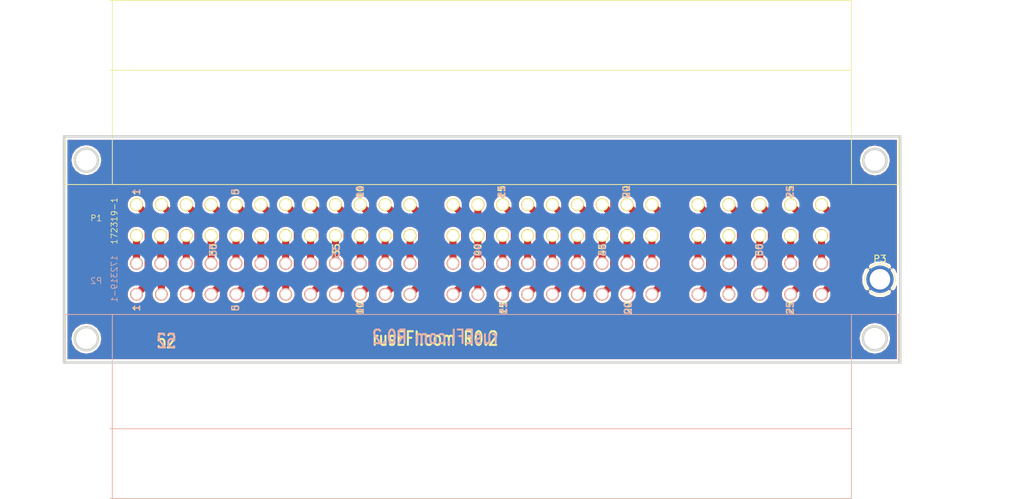
<source format=kicad_pcb>
(kicad_pcb (version 20221018) (generator pcbnew)
  (title_block (title "ECU adapter") (date "2018-12-21") (rev "R0.2") (company "DAECU for rusEFI"))
  (layers (0 "F.Cu" signal) (31 "B.Cu" signal) (34 "B.Paste" user) (35 "F.Paste" user) (36 "B.SilkS" user "B.Silkscreen") (37 "F.SilkS" user "F.Silkscreen") (38 "B.Mask" user) (39 "F.Mask" user) (44 "Edge.Cuts" user))
  (net 0 "")
  (net 1 "GND")
  (net 2 "Net-(P1-Pad1)")
  (net 3 "Net-(P1-Pad48)")
  (net 4 "Net-(P1-Pad52)")
  (net 5 "Net-(P1-Pad51)")
  (net 6 "Net-(P1-Pad50)")
  (net 7 "Net-(P1-Pad49)")
  (net 8 "Net-(P1-Pad47)")
  (net 9 "Net-(P1-Pad46)")
  (net 10 "Net-(P1-Pad2)")
  (net 11 "Net-(P1-Pad3)")
  (net 12 "Net-(P1-Pad4)")
  (net 13 "Net-(P1-Pad5)")
  (net 14 "Net-(P1-Pad6)")
  (net 15 "Net-(P1-Pad7)")
  (net 16 "Net-(P1-Pad8)")
  (net 17 "Net-(P1-Pad9)")
  (net 18 "Net-(P1-Pad10)")
  (net 19 "Net-(P1-Pad11)")
  (net 20 "Net-(P1-Pad12)")
  (net 21 "Net-(P1-Pad13)")
  (net 22 "Net-(P1-Pad14)")
  (net 23 "Net-(P1-Pad15)")
  (net 24 "Net-(P1-Pad16)")
  (net 25 "Net-(P1-Pad17)")
  (net 26 "Net-(P1-Pad18)")
  (net 27 "Net-(P1-Pad19)")
  (net 28 "Net-(P1-Pad20)")
  (net 29 "Net-(P1-Pad21)")
  (net 30 "Net-(P1-Pad22)")
  (net 31 "Net-(P1-Pad23)")
  (net 32 "Net-(P1-Pad24)")
  (net 33 "Net-(P1-Pad25)")
  (net 34 "Net-(P1-Pad26)")
  (net 35 "Net-(P1-Pad27)")
  (net 36 "Net-(P1-Pad28)")
  (net 37 "Net-(P1-Pad29)")
  (net 38 "Net-(P1-Pad30)")
  (net 39 "Net-(P1-Pad31)")
  (net 40 "Net-(P1-Pad32)")
  (net 41 "Net-(P1-Pad33)")
  (net 42 "Net-(P1-Pad34)")
  (net 43 "Net-(P1-Pad35)")
  (net 44 "Net-(P1-Pad36)")
  (net 45 "Net-(P1-Pad37)")
  (net 46 "Net-(P1-Pad38)")
  (net 47 "Net-(P1-Pad39)")
  (net 48 "Net-(P1-Pad40)")
  (net 49 "Net-(P1-Pad41)")
  (net 50 "Net-(P1-Pad42)")
  (net 51 "Net-(P1-Pad43)")
  (net 52 "Net-(P1-Pad44)")
  (net 53 "Net-(P1-Pad45)")
  (footprint "rusEFI_Lib:172319-1_connector" (layer "F.Cu") (at 71.12 108.585)
    (fp_text reference "P1" (at -6 2 180) (layer "F.SilkS") (effects (font (size 0.889 0.889) (thickness 0.1016))))
    (fp_text value "172319-1" (at -3.302 2.413 90) (layer "F.SilkS") (effects (font (size 0.889 0.889) (thickness 0.1016))))
    (fp_line (start -10.6 -10.2) (end -10.6 -3) (stroke (width 0.127)) (layer "F.SilkS"))
    (fp_line (start -10.6 -3) (end -3.6 -3) (stroke (width 0.127)) (layer "F.SilkS"))
    (fp_line (start -3.95 -30.4) (end 106.35 -30.4) (stroke (width 0.127)) (layer "F.SilkS"))
    (fp_line (start -3.95 -20) (end 106.35 -20) (stroke (width 0.127)) (layer "F.SilkS"))
    (fp_line (start -3.6 -30.4) (end -3.6 -3) (stroke (width 0.127)) (layer "F.SilkS"))
    (fp_line (start -3.6 -10.2) (end -10.6 -10.2) (stroke (width 0.127)) (layer "F.SilkS"))
    (fp_line (start -3.6 -3) (end 106.35 -3) (stroke (width 0.127)) (layer "F.SilkS"))
    (fp_line (start 106.4 -30.4) (end 106.4 -3) (stroke (width 0.127)) (layer "F.SilkS"))
    (fp_line (start 113.4 -10.2) (end 106.4 -10.2) (stroke (width 0.127)) (layer "F.SilkS"))
    (fp_line (start 113.4 -10.2) (end 113.4 -3) (stroke (width 0.127)) (layer "F.SilkS"))
    (fp_line (start 113.4 -3) (end 106.4 -3) (stroke (width 0.127)) (layer "F.SilkS"))
    (fp_circle (center -7.45 -6.6) (end -9.125 -6.6) (stroke (width 0.127)) (fill none) (layer "F.SilkS"))
    (fp_circle (center 109.85 -6.6) (end 111.525 -6.6) (stroke (width 0.127)) (fill none) (layer "F.SilkS"))
    (pad "1" thru_hole circle (at 0 0) (size 1.89954 1.89954) (drill 1.50076) (layers "*.Cu" "*.Mask" "F.SilkS") (net 2 "Net-(P1-Pad1)"))
    (pad "2" thru_hole circle (at 3.7 0) (size 1.89954 1.89954) (drill 1.50076) (layers "*.Cu" "*.Mask" "F.SilkS") (net 10 "Net-(P1-Pad2)"))
    (pad "3" thru_hole circle (at 7.4 0) (size 1.89954 1.89954) (drill 1.50076) (layers "*.Cu" "*.Mask" "F.SilkS") (net 11 "Net-(P1-Pad3)"))
    (pad "4" thru_hole circle (at 11.1 0) (size 1.89954 1.89954) (drill 1.50076) (layers "*.Cu" "*.Mask" "F.SilkS") (net 12 "Net-(P1-Pad4)"))
    (pad "5" thru_hole circle (at 14.8 0) (size 1.89954 1.89954) (drill 1.50076) (layers "*.Cu" "*.Mask" "F.SilkS") (net 13 "Net-(P1-Pad5)"))
    (pad "6" thru_hole circle (at 18.5 0) (size 1.89954 1.89954) (drill 1.50076) (layers "*.Cu" "*.Mask" "F.SilkS") (net 14 "Net-(P1-Pad6)"))
    (pad "7" thru_hole circle (at 22.2 0) (size 1.89954 1.89954) (drill 1.50076) (layers "*.Cu" "*.Mask" "F.SilkS") (net 15 "Net-(P1-Pad7)"))
    (pad "8" thru_hole circle (at 25.9 0) (size 1.89954 1.89954) (drill 1.50076) (layers "*.Cu" "*.Mask" "F.SilkS") (net 16 "Net-(P1-Pad8)"))
    (pad "9" thru_hole circle (at 29.6 0) (size 1.89954 1.89954) (drill 1.50076) (layers "*.Cu" "*.Mask" "F.SilkS") (net 17 "Net-(P1-Pad9)"))
    (pad "10" thru_hole circle (at 33.3 0) (size 1.89954 1.89954) (drill 1.50076) (layers "*.Cu" "*.Mask" "F.SilkS") (net 18 "Net-(P1-Pad10)"))
    (pad "11" thru_hole circle (at 37 0) (size 1.89954 1.89954) (drill 1.50076) (layers "*.Cu" "*.Mask" "F.SilkS") (net 19 "Net-(P1-Pad11)"))
    (pad "12" thru_hole circle (at 40.7 0) (size 1.89954 1.89954) (drill 1.50076) (layers "*.Cu" "*.Mask" "F.SilkS") (net 20 "Net-(P1-Pad12)"))
    (pad "13" thru_hole circle (at 47.1 0) (size 1.89954 1.89954) (drill 1.50076) (layers "*.Cu" "*.Mask" "F.SilkS") (net 21 "Net-(P1-Pad13)"))
    (pad "14" thru_hole circle (at 50.8 0) (size 1.89954 1.89954) (drill 1.50076) (layers "*.Cu" "*.Mask" "F.SilkS") (net 22 "Net-(P1-Pad14)"))
    (pad "15" thru_hole circle (at 54.5 0) (size 1.89954 1.89954) (drill 1.50076) (layers "*.Cu" "*.Mask" "F.SilkS") (net 23 "Net-(P1-Pad15)"))
    (pad "16" thru_hole circle (at 58.2 0) (size 1.89954 1.89954) (drill 1.50076) (layers "*.Cu" "*.Mask" "F.SilkS") (net 24 "Net-(P1-Pad16)"))
    (pad "17" thru_hole circle (at 61.9 0) (size 1.89954 1.89954) (drill 1.50076) (layers "*.Cu" "*.Mask" "F.SilkS") (net 25 "Net-(P1-Pad17)"))
    (pad "18" thru_hole circle (at 65.6 0) (size 1.89954 1.89954) (drill 1.50076) (layers "*.Cu" "*.Mask" "F.SilkS") (net 26 "Net-(P1-Pad18)"))
    (pad "19" thru_hole circle (at 69.3 0) (size 1.89954 1.89954) (drill 1.50076) (layers "*.Cu" "*.Mask" "F.SilkS") (net 27 "Net-(P1-Pad19)"))
    (pad "20" thru_hole circle (at 73 0) (size 1.89954 1.89954) (drill 1.50076) (layers "*.Cu" "*.Mask" "F.SilkS") (net 28 "Net-(P1-Pad20)"))
    (pad "21" thru_hole circle (at 76.7 0) (size 1.89954 1.89954) (drill 1.50076) (layers "*.Cu" "*.Mask" "F.SilkS") (net 29 "Net-(P1-Pad21)"))
    (pad "22" thru_hole circle (at 83.55 0) (size 1.89954 1.89954) (drill 1.50076) (layers "*.Cu" "*.Mask" "F.SilkS") (net 30 "Net-(P1-Pad22)"))
    (pad "23" thru_hole circle (at 88.15 0) (size 1.89954 1.89954) (drill 1.50076) (layers "*.Cu" "*.Mask" "F.SilkS") (net 31 "Net-(P1-Pad23)"))
    (pad "24" thru_hole circle (at 92.75 0 180) (size 1.89954 1.89954) (drill 1.50076) (layers "*.Cu" "*.Mask" "F.SilkS") (net 32 "Net-(P1-Pad24)"))
    (pad "25" thru_hole circle (at 97.35 0 180) (size 1.89954 1.89954) (drill 1.50076) (layers "*.Cu" "*.Mask" "F.SilkS") (net 33 "Net-(P1-Pad25)"))
    (pad "26" thru_hole circle (at 101.95 0 180) (size 1.89954 1.89954) (drill 1.50076) (layers "*.Cu" "*.Mask" "F.SilkS") (net 34 "Net-(P1-Pad26)"))
    (pad "27" thru_hole circle (at 0 4.6 180) (size 1.89954 1.89954) (drill 1.50076) (layers "*.Cu" "*.Mask" "F.SilkS") (net 35 "Net-(P1-Pad27)"))
    (pad "28" thru_hole circle (at 3.6 4.6 180) (size 1.89954 1.89954) (drill 1.50076) (layers "*.Cu" "*.Mask" "F.SilkS") (net 36 "Net-(P1-Pad28)"))
    (pad "29" thru_hole circle (at 7.4 4.6 180) (size 1.89954 1.89954) (drill 1.50076) (layers "*.Cu" "*.Mask" "F.SilkS") (net 37 "Net-(P1-Pad29)"))
    (pad "30" thru_hole circle (at 11.1 4.6 180) (size 1.89954 1.89954) (drill 1.50076) (layers "*.Cu" "*.Mask" "F.SilkS") (net 38 "Net-(P1-Pad30)"))
    (pad "31" thru_hole circle (at 14.8 4.6 180) (size 1.89954 1.89954) (drill 1.50076) (layers "*.Cu" "*.Mask" "F.SilkS") (net 39 "Net-(P1-Pad31)"))
    (pad "32" thru_hole circle (at 18.5 4.6 180) (size 1.89954 1.89954) (drill 1.50076) (layers "*.Cu" "*.Mask" "F.SilkS") (net 40 "Net-(P1-Pad32)"))
    (pad "33" thru_hole circle (at 22.2 4.6 180) (size 1.89954 1.89954) (drill 1.50076) (layers "*.Cu" "*.Mask" "F.SilkS") (net 41 "Net-(P1-Pad33)"))
    (pad "34" thru_hole circle (at 25.9 4.6 180) (size 1.89954 1.89954) (drill 1.50076) (layers "*.Cu" "*.Mask" "F.SilkS") (net 42 "Net-(P1-Pad34)"))
    (pad "35" thru_hole circle (at 29.6 4.6 180) (size 1.89954 1.89954) (drill 1.50076) (layers "*.Cu" "*.Mask" "F.SilkS") (net 43 "Net-(P1-Pad35)"))
    (pad "36" thru_hole circle (at 33.3 4.6 180) (size 1.89954 1.89954) (drill 1.50076) (layers "*.Cu" "*.Mask" "F.SilkS") (net 44 "Net-(P1-Pad36)"))
    (pad "37" thru_hole circle (at 37 4.6 180) (size 1.89954 1.89954) (drill 1.50076) (layers "*.Cu" "*.Mask" "F.SilkS") (net 45 "Net-(P1-Pad37)"))
    (pad "38" thru_hole circle (at 40.7 4.6 180) (size 1.89954 1.89954) (drill 1.50076) (layers "*.Cu" "*.Mask" "F.SilkS") (net 46 "Net-(P1-Pad38)"))
    (pad "39" thru_hole circle (at 47.1 4.6 180) (size 1.89954 1.89954) (drill 1.50076) (layers "*.Cu" "*.Mask" "F.SilkS") (net 47 "Net-(P1-Pad39)"))
    (pad "40" thru_hole circle (at 50.8 4.6 180) (size 1.89954 1.89954) (drill 1.50076) (layers "*.Cu" "*.Mask" "F.SilkS") (net 48 "Net-(P1-Pad40)"))
    (pad "41" thru_hole circle (at 54.5 4.6 180) (size 1.89954 1.89954) (drill 1.50076) (layers "*.Cu" "*.Mask" "F.SilkS") (net 49 "Net-(P1-Pad41)"))
    (pad "42" thru_hole circle (at 58.2 4.6 180) (size 1.89954 1.89954) (drill 1.50076) (layers "*.Cu" "*.Mask" "F.SilkS") (net 50 "Net-(P1-Pad42)"))
    (pad "43" thru_hole circle (at 61.9 4.6 180) (size 1.89954 1.89954) (drill 1.50076) (layers "*.Cu" "*.Mask" "F.SilkS") (net 51 "Net-(P1-Pad43)"))
    (pad "44" thru_hole circle (at 65.6 4.6 180) (size 1.89954 1.89954) (drill 1.50076) (layers "*.Cu" "*.Mask" "F.SilkS") (net 52 "Net-(P1-Pad44)"))
    (pad "45" thru_hole circle (at 69.3 4.6 180) (size 1.89954 1.89954) (drill 1.50076) (layers "*.Cu" "*.Mask" "F.SilkS") (net 53 "Net-(P1-Pad45)"))
    (pad "46" thru_hole circle (at 73 4.6 180) (size 1.89954 1.89954) (drill 1.50076) (layers "*.Cu" "*.Mask" "F.SilkS") (net 9 "Net-(P1-Pad46)"))
    (pad "47" thru_hole circle (at 76.7 4.6 180) (size 1.89954 1.89954) (drill 1.50076) (layers "*.Cu" "*.Mask" "F.SilkS") (net 8 "Net-(P1-Pad47)"))
    (pad "48" thru_hole circle (at 83.55 4.6 180) (size 1.89954 1.89954) (drill 1.50076) (layers "*.Cu" "*.Mask" "F.SilkS") (net 3 "Net-(P1-Pad48)"))
    (pad "49" thru_hole circle (at 88.15 4.6 180) (size 1.89954 1.89954) (drill 1.50076) (layers "*.Cu" "*.Mask" "F.SilkS") (net 7 "Net-(P1-Pad49)"))
    (pad "50" thru_hole circle (at 92.75 4.6 180) (size 1.89954 1.89954) (drill 1.50076) (layers "*.Cu" "*.Mask" "F.SilkS") (net 6 "Net-(P1-Pad50)"))
    (pad "51" thru_hole circle (at 97.35 4.6 180) (size 1.89954 1.89954) (drill 1.50076) (layers "*.Cu" "*.Mask" "F.SilkS") (net 5 "Net-(P1-Pad51)"))
    (pad "52" thru_hole circle (at 101.95 4.6 180) (size 1.89954 1.89954) (drill 1.50076) (layers "*.Cu" "*.Mask" "F.SilkS") (net 4 "Net-(P1-Pad52)"))
  )
  (footprint "Connect:1pin" (layer "F.Cu") (at 181.7624 119.6848)
    (fp_text reference "P3" (at 0 -3.048) (layer "F.SilkS"))
    (fp_text value "CONN_01X01" hide)
    (fp_circle (center 0 0) (end 0 -2.286) (stroke (width 0.12)) (fill none) (layer "F.SilkS"))
    (pad "1" thru_hole circle (at 0 0) (size 4.064 4.064) (drill 3.048) (layers "*.Cu" "*.Mask") (net 1 "GND"))
  )
  (footprint "rusEFI_Lib:172319-1_connector" (layer "B.Cu") (at 71.12 121.92)
    (fp_text reference "P2" (at -6 -2 180) (layer "B.SilkS") (effects (font (size 0.889 0.889) (thickness 0.1016)) (justify mirror)))
    (fp_text value "172319-1" (at -3.302 -2.286 90) (layer "B.SilkS") (effects (font (size 0.889 0.889) (thickness 0.1016)) (justify mirror)))
    (fp_line (start -10.6 3) (end -3.6 3) (stroke (width 0.127)) (layer "B.SilkS"))
    (fp_line (start -10.6 10.2) (end -10.6 3) (stroke (width 0.127)) (layer "B.SilkS"))
    (fp_line (start -3.95 20) (end 106.35 20) (stroke (width 0.127)) (layer "B.SilkS"))
    (fp_line (start -3.95 30.4) (end 106.35 30.4) (stroke (width 0.127)) (layer "B.SilkS"))
    (fp_line (start -3.6 3) (end 106.35 3) (stroke (width 0.127)) (layer "B.SilkS"))
    (fp_line (start -3.6 10.2) (end -10.6 10.2) (stroke (width 0.127)) (layer "B.SilkS"))
    (fp_line (start -3.6 30.4) (end -3.6 3) (stroke (width 0.127)) (layer "B.SilkS"))
    (fp_line (start 106.4 30.4) (end 106.4 3) (stroke (width 0.127)) (layer "B.SilkS"))
    (fp_line (start 113.4 3) (end 106.4 3) (stroke (width 0.127)) (layer "B.SilkS"))
    (fp_line (start 113.4 10.2) (end 106.4 10.2) (stroke (width 0.127)) (layer "B.SilkS"))
    (fp_line (start 113.4 10.2) (end 113.4 3) (stroke (width 0.127)) (layer "B.SilkS"))
    (fp_circle (center -7.45 6.6) (end -9.125 6.6) (stroke (width 0.127)) (fill none) (layer "B.SilkS"))
    (fp_circle (center 109.85 6.6) (end 111.525 6.6) (stroke (width 0.127)) (fill none) (layer "B.SilkS"))
    (pad "1" thru_hole circle (at 0 0) (size 1.89954 1.89954) (drill 1.50076) (layers "*.Cu" "*.Mask" "B.SilkS") (net 2 "Net-(P1-Pad1)"))
    (pad "2" thru_hole circle (at 3.7 0) (size 1.89954 1.89954) (drill 1.50076) (layers "*.Cu" "*.Mask" "B.SilkS") (net 10 "Net-(P1-Pad2)"))
    (pad "3" thru_hole circle (at 7.4 0) (size 1.89954 1.89954) (drill 1.50076) (layers "*.Cu" "*.Mask" "B.SilkS") (net 11 "Net-(P1-Pad3)"))
    (pad "4" thru_hole circle (at 11.1 0) (size 1.89954 1.89954) (drill 1.50076) (layers "*.Cu" "*.Mask" "B.SilkS") (net 12 "Net-(P1-Pad4)"))
    (pad "5" thru_hole circle (at 14.8 0) (size 1.89954 1.89954) (drill 1.50076) (layers "*.Cu" "*.Mask" "B.SilkS") (net 13 "Net-(P1-Pad5)"))
    (pad "6" thru_hole circle (at 18.5 0) (size 1.89954 1.89954) (drill 1.50076) (layers "*.Cu" "*.Mask" "B.SilkS") (net 14 "Net-(P1-Pad6)"))
    (pad "7" thru_hole circle (at 22.2 0) (size 1.89954 1.89954) (drill 1.50076) (layers "*.Cu" "*.Mask" "B.SilkS") (net 15 "Net-(P1-Pad7)"))
    (pad "8" thru_hole circle (at 25.9 0) (size 1.89954 1.89954) (drill 1.50076) (layers "*.Cu" "*.Mask" "B.SilkS") (net 16 "Net-(P1-Pad8)"))
    (pad "9" thru_hole circle (at 29.6 0) (size 1.89954 1.89954) (drill 1.50076) (layers "*.Cu" "*.Mask" "B.SilkS") (net 17 "Net-(P1-Pad9)"))
    (pad "10" thru_hole circle (at 33.3 0) (size 1.89954 1.89954) (drill 1.50076) (layers "*.Cu" "*.Mask" "B.SilkS") (net 18 "Net-(P1-Pad10)"))
    (pad "11" thru_hole circle (at 37 0) (size 1.89954 1.89954) (drill 1.50076) (layers "*.Cu" "*.Mask" "B.SilkS") (net 19 "Net-(P1-Pad11)"))
    (pad "12" thru_hole circle (at 40.7 0) (size 1.89954 1.89954) (drill 1.50076) (layers "*.Cu" "*.Mask" "B.SilkS") (net 20 "Net-(P1-Pad12)"))
    (pad "13" thru_hole circle (at 47.1 0) (size 1.89954 1.89954) (drill 1.50076) (layers "*.Cu" "*.Mask" "B.SilkS") (net 21 "Net-(P1-Pad13)"))
    (pad "14" thru_hole circle (at 50.8 0) (size 1.89954 1.89954) (drill 1.50076) (layers "*.Cu" "*.Mask" "B.SilkS") (net 22 "Net-(P1-Pad14)"))
    (pad "15" thru_hole circle (at 54.5 0) (size 1.89954 1.89954) (drill 1.50076) (layers "*.Cu" "*.Mask" "B.SilkS") (net 23 "Net-(P1-Pad15)"))
    (pad "16" thru_hole circle (at 58.2 0) (size 1.89954 1.89954) (drill 1.50076) (layers "*.Cu" "*.Mask" "B.SilkS") (net 24 "Net-(P1-Pad16)"))
    (pad "17" thru_hole circle (at 61.9 0) (size 1.89954 1.89954) (drill 1.50076) (layers "*.Cu" "*.Mask" "B.SilkS") (net 25 "Net-(P1-Pad17)"))
    (pad "18" thru_hole circle (at 65.6 0) (size 1.89954 1.89954) (drill 1.50076) (layers "*.Cu" "*.Mask" "B.SilkS") (net 26 "Net-(P1-Pad18)"))
    (pad "19" thru_hole circle (at 69.3 0) (size 1.89954 1.89954) (drill 1.50076) (layers "*.Cu" "*.Mask" "B.SilkS") (net 27 "Net-(P1-Pad19)"))
    (pad "20" thru_hole circle (at 73 0) (size 1.89954 1.89954) (drill 1.50076) (layers "*.Cu" "*.Mask" "B.SilkS") (net 28 "Net-(P1-Pad20)"))
    (pad "21" thru_hole circle (at 76.7 0) (size 1.89954 1.89954) (drill 1.50076) (layers "*.Cu" "*.Mask" "B.SilkS") (net 29 "Net-(P1-Pad21)"))
    (pad "22" thru_hole circle (at 83.55 0) (size 1.89954 1.89954) (drill 1.50076) (layers "*.Cu" "*.Mask" "B.SilkS") (net 30 "Net-(P1-Pad22)"))
    (pad "23" thru_hole circle (at 88.15 0) (size 1.89954 1.89954) (drill 1.50076) (layers "*.Cu" "*.Mask" "B.SilkS") (net 31 "Net-(P1-Pad23)"))
    (pad "24" thru_hole circle (at 92.75 0 180) (size 1.89954 1.89954) (drill 1.50076) (layers "*.Cu" "*.Mask" "B.SilkS") (net 32 "Net-(P1-Pad24)"))
    (pad "25" thru_hole circle (at 97.35 0 180) (size 1.89954 1.89954) (drill 1.50076) (layers "*.Cu" "*.Mask" "B.SilkS") (net 33 "Net-(P1-Pad25)"))
    (pad "26" thru_hole circle (at 101.95 0 180) (size 1.89954 1.89954) (drill 1.50076) (layers "*.Cu" "*.Mask" "B.SilkS") (net 34 "Net-(P1-Pad26)"))
    (pad "27" thru_hole circle (at 0 -4.6 180) (size 1.89954 1.89954) (drill 1.50076) (layers "*.Cu" "*.Mask" "B.SilkS") (net 35 "Net-(P1-Pad27)"))
    (pad "28" thru_hole circle (at 3.6 -4.6 180) (size 1.89954 1.89954) (drill 1.50076) (layers "*.Cu" "*.Mask" "B.SilkS") (net 36 "Net-(P1-Pad28)"))
    (pad "29" thru_hole circle (at 7.4 -4.6 180) (size 1.89954 1.89954) (drill 1.50076) (layers "*.Cu" "*.Mask" "B.SilkS") (net 37 "Net-(P1-Pad29)"))
    (pad "30" thru_hole circle (at 11.1 -4.6 180) (size 1.89954 1.89954) (drill 1.50076) (layers "*.Cu" "*.Mask" "B.SilkS") (net 38 "Net-(P1-Pad30)"))
    (pad "31" thru_hole circle (at 14.8 -4.6 180) (size 1.89954 1.89954) (drill 1.50076) (layers "*.Cu" "*.Mask" "B.SilkS") (net 39 "Net-(P1-Pad31)"))
    (pad "32" thru_hole circle (at 18.5 -4.6 180) (size 1.89954 1.89954) (drill 1.50076) (layers "*.Cu" "*.Mask" "B.SilkS") (net 40 "Net-(P1-Pad32)"))
    (pad "33" thru_hole circle (at 22.2 -4.6 180) (size 1.89954 1.89954) (drill 1.50076) (layers "*.Cu" "*.Mask" "B.SilkS") (net 41 "Net-(P1-Pad33)"))
    (pad "34" thru_hole circle (at 25.9 -4.6 180) (size 1.89954 1.89954) (drill 1.50076) (layers "*.Cu" "*.Mask" "B.SilkS") (net 42 "Net-(P1-Pad34)"))
    (pad "35" thru_hole circle (at 29.6 -4.6 180) (size 1.89954 1.89954) (drill 1.50076) (layers "*.Cu" "*.Mask" "B.SilkS") (net 43 "Net-(P1-Pad35)"))
    (pad "36" thru_hole circle (at 33.3 -4.6 180) (size 1.89954 1.89954) (drill 1.50076) (layers "*.Cu" "*.Mask" "B.SilkS") (net 44 "Net-(P1-Pad36)"))
    (pad "37" thru_hole circle (at 37 -4.6 180) (size 1.89954 1.89954) (drill 1.50076) (layers "*.Cu" "*.Mask" "B.SilkS") (net 45 "Net-(P1-Pad37)"))
    (pad "38" thru_hole circle (at 40.7 -4.6 180) (size 1.89954 1.89954) (drill 1.50076) (layers "*.Cu" "*.Mask" "B.SilkS") (net 46 "Net-(P1-Pad38)"))
    (pad "39" thru_hole circle (at 47.1 -4.6 180) (size 1.89954 1.89954) (drill 1.50076) (layers "*.Cu" "*.Mask" "B.SilkS") (net 47 "Net-(P1-Pad39)"))
    (pad "40" thru_hole circle (at 50.8 -4.6 180) (size 1.89954 1.89954) (drill 1.50076) (layers "*.Cu" "*.Mask" "B.SilkS") (net 48 "Net-(P1-Pad40)"))
    (pad "41" thru_hole circle (at 54.5 -4.6 180) (size 1.89954 1.89954) (drill 1.50076) (layers "*.Cu" "*.Mask" "B.SilkS") (net 49 "Net-(P1-Pad41)"))
    (pad "42" thru_hole circle (at 58.2 -4.6 180) (size 1.89954 1.89954) (drill 1.50076) (layers "*.Cu" "*.Mask" "B.SilkS") (net 50 "Net-(P1-Pad42)"))
    (pad "43" thru_hole circle (at 61.9 -4.6 180) (size 1.89954 1.89954) (drill 1.50076) (layers "*.Cu" "*.Mask" "B.SilkS") (net 51 "Net-(P1-Pad43)"))
    (pad "44" thru_hole circle (at 65.6 -4.6 180) (size 1.89954 1.89954) (drill 1.50076) (layers "*.Cu" "*.Mask" "B.SilkS") (net 52 "Net-(P1-Pad44)"))
    (pad "45" thru_hole circle (at 69.3 -4.6 180) (size 1.89954 1.89954) (drill 1.50076) (layers "*.Cu" "*.Mask" "B.SilkS") (net 53 "Net-(P1-Pad45)"))
    (pad "46" thru_hole circle (at 73 -4.6 180) (size 1.89954 1.89954) (drill 1.50076) (layers "*.Cu" "*.Mask" "B.SilkS") (net 9 "Net-(P1-Pad46)"))
    (pad "47" thru_hole circle (at 76.7 -4.6 180) (size 1.89954 1.89954) (drill 1.50076) (layers "*.Cu" "*.Mask" "B.SilkS") (net 8 "Net-(P1-Pad47)"))
    (pad "48" thru_hole circle (at 83.55 -4.6 180) (size 1.89954 1.89954) (drill 1.50076) (layers "*.Cu" "*.Mask" "B.SilkS") (net 3 "Net-(P1-Pad48)"))
    (pad "49" thru_hole circle (at 88.15 -4.6 180) (size 1.89954 1.89954) (drill 1.50076) (layers "*.Cu" "*.Mask" "B.SilkS") (net 7 "Net-(P1-Pad49)"))
    (pad "50" thru_hole circle (at 92.75 -4.6 180) (size 1.89954 1.89954) (drill 1.50076) (layers "*.Cu" "*.Mask" "B.SilkS") (net 6 "Net-(P1-Pad50)"))
    (pad "51" thru_hole circle (at 97.35 -4.6 180) (size 1.89954 1.89954) (drill 1.50076) (layers "*.Cu" "*.Mask" "B.SilkS") (net 5 "Net-(P1-Pad51)"))
    (pad "52" thru_hole circle (at 101.95 -4.6 180) (size 1.89954 1.89954) (drill 1.50076) (layers "*.Cu" "*.Mask" "B.SilkS") (net 4 "Net-(P1-Pad52)"))
  )
  (gr_circle (center 181.0004 102.0064) (end 179.2732 102.0064) (stroke (width 0.381)) (fill none) (layer "Edge.Cuts"))
  (gr_circle (center 63.6524 101.9556) (end 65.3796 102.0064) (stroke (width 0.381)) (fill none) (layer "Edge.Cuts"))
  (gr_line (start 184.785 98.425) (end 184.785 132.08) (stroke (width 0.381)) (layer "Edge.Cuts"))
  (gr_line (start 60.325 98.425) (end 184.785 98.425) (stroke (width 0.381)) (layer "Edge.Cuts"))
  (gr_circle (center 181.0004 128.4732) (end 179.2224 128.4732) (stroke (width 0.381)) (fill none) (layer "Edge.Cuts"))
  (gr_circle (center 63.6524 128.524) (end 65.3796 128.524) (stroke (width 0.381)) (fill none) (layer "Edge.Cuts"))
  (gr_line (start 184.785 132.08) (end 60.325 132.08) (stroke (width 0.381)) (layer "Edge.Cuts"))
  (gr_line (start 60.325 132.08) (end 60.325 98.425) (stroke (width 0.381)) (layer "Edge.Cuts"))
  (gr_text "52" (at 75.565 128.905) (layer "B.SilkS") (effects (font (size 2.032 1.524) (thickness 0.3048)) (justify mirror)))
  (gr_text "20" (at 144.272 123.952 90) (layer "B.SilkS") (effects (font (size 1 1) (thickness 0.2)) (justify mirror)))
  (gr_text "1" (at 71.12 106.68 90) (layer "B.SilkS") (effects (font (size 1 1) (thickness 0.2)) (justify mirror)))
  (gr_text "50" (at 163.83 115.316 90) (layer "B.SilkS") (effects (font (size 1 1) (thickness 0.2)) (justify mirror)))
  (gr_text "25" (at 168.402 106.68 90) (layer "B.SilkS") (effects (font (size 1 1) (thickness 0.2)) (justify mirror)))
  (gr_text "15" (at 125.73 123.952 90) (layer "B.SilkS") (effects (font (size 1 1) (thickness 0.2)) (justify mirror)))
  (gr_text "15" (at 125.476 106.68 90) (layer "B.SilkS") (effects (font (size 1 1) (thickness 0.2)) (justify mirror)))
  (gr_text "35" (at 100.838 115.57 90) (layer "B.SilkS") (effects (font (size 1 1) (thickness 0.2)) (justify mirror)))
  (gr_text "30" (at 82.55 115.316 90) (layer "B.SilkS") (effects (font (size 1 1) (thickness 0.2)) (justify mirror)))
  (gr_text "20" (at 144.018 106.68 90) (layer "B.SilkS") (effects (font (size 1 1) (thickness 0.2)) (justify mirror)))
  (gr_text "45" (at 140.462 115.316 90) (layer "B.SilkS") (effects (font (size 1 1) (thickness 0.2)) (justify mirror)))
  (gr_text "40" (at 121.92 115.316 90) (layer "B.SilkS") (effects (font (size 1 1) (thickness 0.2)) (justify mirror)))
  (gr_text "5" (at 85.852 106.68 90) (layer "B.SilkS") (effects (font (size 1 1) (thickness 0.2)) (justify mirror)))
  (gr_text "rusEFI.com R0.2" (at 115.57 128.27) (layer "B.SilkS") (effects (font (size 2.032 1.524) (thickness 0.3048)) (justify mirror)))
  (gr_text "1" (at 71.12 123.952 90) (layer "B.SilkS") (effects (font (size 1 1) (thickness 0.2)) (justify mirror)))
  (gr_text "10" (at 104.394 123.952 90) (layer "B.SilkS") (effects (font (size 1 1) (thickness 0.2)) (justify mirror)))
  (gr_text "25" (at 168.402 123.952 90) (layer "B.SilkS") (effects (font (size 1 1) (thickness 0.2)) (justify mirror)))
  (gr_text "5" (at 85.852 123.952 90) (layer "B.SilkS") (effects (font (size 1 1) (thickness 0.2)) (justify mirror)))
  (gr_text "10" (at 104.394 106.68 90) (layer "B.SilkS") (effects (font (size 1 1) (thickness 0.2)) (justify mirror)))
  (gr_text "25" (at 168.402 106.68 90) (layer "F.SilkS") (effects (font (size 1 1) (thickness 0.2))))
  (gr_text "15" (at 125.476 106.68 90) (layer "F.SilkS") (effects (font (size 1 1) (thickness 0.2))))
  (gr_text "rusEFI.com R0.2" (at 115.57 128.524) (layer "F.SilkS") (effects (font (size 2.032 1.524) (thickness 0.3048))))
  (gr_text "45" (at 140.462 115.316 90) (layer "F.SilkS") (effects (font (size 1 1) (thickness 0.2))))
  (gr_text "5" (at 85.852 106.68 90) (layer "F.SilkS") (effects (font (size 1 1) (thickness 0.2))))
  (gr_text "1" (at 71.12 106.68 90) (layer "F.SilkS") (effects (font (size 1 1) (thickness 0.2))))
  (gr_text "50" (at 163.83 115.316 90) (layer "F.SilkS") (effects (font (size 1 1) (thickness 0.2))))
  (gr_text "52" (at 75.565 128.905) (layer "F.SilkS") (effects (font (size 2.032 1.524) (thickness 0.3048))))
  (gr_text "1" (at 71.12 123.952 90) (layer "F.SilkS") (effects (font (size 1 1) (thickness 0.2))))
  (gr_text "20" (at 144.272 123.952 90) (layer "F.SilkS") (effects (font (size 1 1) (thickness 0.2))))
  (gr_text "5" (at 85.852 123.952 90) (layer "F.SilkS") (effects (font (size 1 1) (thickness 0.2))))
  (gr_text "25" (at 168.402 123.952 90) (layer "F.SilkS") (effects (font (size 1 1) (thickness 0.2))))
  (gr_text "10" (at 104.394 106.68 90) (layer "F.SilkS") (effects (font (size 1 1) (thickness 0.2))))
  (gr_text "35" (at 100.838 115.316 90) (layer "F.SilkS") (effects (font (size 1 1) (thickness 0.2))))
  (gr_text "20" (at 144.018 106.68 90) (layer "F.SilkS") (effects (font (size 1 1) (thickness 0.2))))
  (gr_text "30" (at 82.55 115.316 90) (layer "F.SilkS") (effects (font (size 1 1) (thickness 0.2))))
  (gr_text "10" (at 104.394 123.952 90) (layer "F.SilkS") (effects (font (size 1 1) (thickness 0.2))))
  (gr_text "15" (at 125.73 123.952 90) (layer "F.SilkS") (effects (font (size 1 1) (thickness 0.2))))
  (gr_text "40" (at 121.92 115.316 90) (layer "F.SilkS") (effects (font (size 1 1) (thickness 0.2))))
  (segment (start 72.846938 120.193062) (end 72.846938 110.311938) (width 1.046333) (layer "F.Cu") (net 2))
  (segment (start 72.069769 109.534769) (end 71.12 108.585) (width 1.046333) (layer "F.Cu") (net 2))
  (segment (start 71.12 121.92) (end 72.846938 120.193062) (width 1.046333) (layer "F.Cu") (net 2))
  (segment (start 72.846938 110.311938) (end 72.069769 109.534769) (width 1.046333) (layer "F.Cu") (net 2))
  (segment (start 154.67 117.32) (end 154.67 113.185) (width 1.046333) (layer "F.Cu") (net 3))
  (segment (start 173.07 117.32) (end 173.07 113.185) (width 1.046333) (layer "F.Cu") (net 4))
  (segment (start 168.47 117.32) (end 168.47 113.185) (width 1.046333) (layer "F.Cu") (net 5))
  (segment (start 163.87 117.32) (end 163.87 113.185) (width 1.046333) (layer "F.Cu") (net 6))
  (segment (start 159.27 117.32) (end 159.27 113.185) (width 1.046333) (layer "F.Cu") (net 7))
  (segment (start 147.82 117.32) (end 147.82 113.185) (width 1.046333) (layer "F.Cu") (net 8))
  (segment (start 144.12 117.32) (end 144.12 113.185) (width 1.046333) (layer "F.Cu") (net 9))
  (segment (start 76.446938 118.148931) (end 76.446938 110.211938) (width 1.046333) (layer "F.Cu") (net 10))
  (segment (start 74.82 121.92) (end 74.82 119.775869) (width 1.046333) (layer "F.Cu") (net 10))
  (segment (start 75.769769 109.534769) (end 74.82 108.585) (width 1.046333) (layer "F.Cu") (net 10))
  (segment (start 74.82 119.775869) (end 76.446938 118.148931) (width 1.046333) (layer "F.Cu") (net 10))
  (segment (start 76.446938 110.211938) (end 75.769769 109.534769) (width 1.046333) (layer "F.Cu") (net 10))
  (segment (start 80.246938 120.193062) (end 80.246938 110.311938) (width 1.046333) (layer "F.Cu") (net 11))
  (segment (start 79.469769 109.534769) (end 78.52 108.585) (width 1.046333) (layer "F.Cu") (net 11))
  (segment (start 80.246938 110.311938) (end 79.469769 109.534769) (width 1.046333) (layer "F.Cu") (net 11))
  (segment (start 78.52 121.92) (end 80.246938 120.193062) (width 1.046333) (layer "F.Cu") (net 11))
  (segment (start 83.566 116.110131) (end 83.566 114.394869) (width 1.046333) (layer "F.Cu") (net 12))
  (segment (start 83.566 114.394869) (end 83.946938 114.013931) (width 1.046333) (layer "F.Cu") (net 12))
  (segment (start 83.946938 120.193062) (end 83.946938 116.491069) (width 1.046333) (layer "F.Cu") (net 12))
  (segment (start 83.946938 110.311938) (end 83.169769 109.534769) (width 1.046333) (layer "F.Cu") (net 12))
  (segment (start 83.169769 109.534769) (end 82.22 108.585) (width 1.046333) (layer "F.Cu") (net 12))
  (segment (start 82.22 121.92) (end 83.946938 120.193062) (width 1.046333) (layer "F.Cu") (net 12))
  (segment (start 83.946938 116.491069) (end 83.566 116.110131) (width 1.046333) (layer "F.Cu") (net 12))
  (segment (start 83.946938 114.013931) (end 83.946938 110.311938) (width 1.046333) (layer "F.Cu") (net 12))
  (segment (start 85.92 121.92) (end 87.646938 120.193062) (width 1.046333) (layer "F.Cu") (net 13))
  (segment (start 86.869769 109.534769) (end 85.92 108.585) (width 1.046333) (layer "F.Cu") (net 13))
  (segment (start 87.646938 120.193062) (end 87.646938 110.311938) (width 1.046333) (layer "F.Cu") (net 13))
  (segment (start 87.646938 110.311938) (end 86.869769 109.534769) (width 1.046333) (layer "F.Cu") (net 13))
  (segment (start 91.346938 120.193062) (end 91.346938 110.311938) (width 1.046333) (layer "F.Cu") (net 14))
  (segment (start 90.569769 109.534769) (end 89.62 108.585) (width 1.046333) (layer "F.Cu") (net 14))
  (segment (start 89.62 121.92) (end 91.346938 120.193062) (width 1.046333) (layer "F.Cu") (net 14))
  (segment (start 91.346938 110.311938) (end 90.569769 109.534769) (width 1.046333) (layer "F.Cu") (net 14))
  (segment (start 94.269769 109.534769) (end 93.32 108.585) (width 1.046333) (layer "F.Cu") (net 15))
  (segment (start 95.046938 118.148931) (end 95.046938 110.311938) (width 1.046333) (layer "F.Cu") (net 15))
  (segment (start 95.046938 110.311938) (end 94.269769 109.534769) (width 1.046333) (layer "F.Cu") (net 15))
  (segment (start 93.32 119.875869) (end 95.046938 118.148931) (width 1.046333) (layer "F.Cu") (net 15))
  (segment (start 93.32 121.92) (end 93.32 119.875869) (width 1.046333) (layer "F.Cu") (net 15))
  (segment (start 98.746938 120.193062) (end 98.746938 110.311938) (width 1.046333) (layer "F.Cu") (net 16))
  (segment (start 98.746938 110.311938) (end 97.969769 109.534769) (width 1.046333) (layer "F.Cu") (net 16))
  (segment (start 97.02 121.92) (end 98.746938 120.193062) (width 1.046333) (layer "F.Cu") (net 16))
  (segment (start 97.969769 109.534769) (end 97.02 108.585) (width 1.046333) (layer "F.Cu") (net 16))
  (segment (start 102.446938 120.193062) (end 102.446938 110.311938) (width 1.046333) (layer "F.Cu") (net 17))
  (segment (start 100.72 121.92) (end 102.446938 120.193062) (width 1.046333) (layer "F.Cu") (net 17))
  (segment (start 101.669769 109.534769) (end 100.72 108.585) (width 1.046333) (layer "F.Cu") (net 17))
  (segment (start 102.446938 110.311938) (end 101.669769 109.534769) (width 1.046333) (layer "F.Cu") (net 17))
  (segment (start 106.146938 110.311938) (end 105.369769 109.534769) (width 1.046333) (layer "F.Cu") (net 18))
  (segment (start 105.369769 109.534769) (end 104.42 108.585) (width 1.046333) (layer "F.Cu") (net 18))
  (segment (start 106.146938 120.193062) (end 106.146938 110.311938) (width 1.046333) (layer "F.Cu") (net 18))
  (segment (start 104.42 121.92) (end 106.146938 120.193062) (width 1.046333) (layer "F.Cu") (net 18))
  (segment (start 109.069769 109.534769) (end 108.12 108.585) (width 1.046333) (layer "F.Cu") (net 19))
  (segment (start 109.846938 110.311938) (end 109.069769 109.534769) (width 1.046333) (layer "F.Cu") (net 19))
  (segment (start 109.846938 120.193062) (end 109.846938 110.311938) (width 1.046333) (layer "F.Cu") (net 19))
  (segment (start 108.12 121.92) (end 109.846938 120.193062) (width 1.046333) (layer "F.Cu") (net 19))
  (segment (start 113.546938 110.311938) (end 112.769769 109.534769) (width 1.046333) (layer "F.Cu") (net 20))
  (segment (start 113.546938 120.193062) (end 113.546938 110.311938) (width 1.046333) (layer "F.Cu") (net 20))
  (segment (start 112.769769 109.534769) (end 111.82 108.585) (width 1.046333) (layer "F.Cu") (net 20))
  (segment (start 111.82 121.92) (end 113.546938 120.193062) (width 1.046333) (layer "F.Cu") (net 20))
  (segment (start 119.169769 109.534769) (end 118.22 108.585) (width 1.046333) (layer "F.Cu") (net 21))
  (segment (start 118.22 121.92) (end 119.946938 120.193062) (width 1.046333) (layer "F.Cu") (net 21))
  (segment (start 119.946938 120.193062) (end 119.946938 110.311938) (width 1.046333) (layer "F.Cu") (net 21))
  (segment (start 119.946938 110.311938) (end 119.169769 109.534769) (width 1.046333) (layer "F.Cu") (net 21))
  (segment (start 121.92 119.875869) (end 123.646938 118.148931) (width 1.046333) (layer "F.Cu") (net 22))
  (segment (start 121.92 110.629131) (end 121.92 108.585) (width 1.046333) (layer "F.Cu") (net 22))
  (segment (start 123.646938 112.356069) (end 121.92 110.629131) (width 1.046333) (layer "F.Cu") (net 22))
  (segment (start 121.92 121.92) (end 121.92 119.875869) (width 1.046333) (layer "F.Cu") (net 22))
  (segment (start 123.646938 118.148931) (end 123.646938 112.356069) (width 1.046333) (layer "F.Cu") (net 22))
  (segment (start 126.569769 109.534769) (end 125.62 108.585) (width 1.046333) (layer "F.Cu") (net 23))
  (segment (start 127.346938 116.491069) (end 127 116.144131) (width 1.046333) (layer "F.Cu") (net 23))
  (segment (start 127 116.144131) (end 127 114.3) (width 1.046333) (layer "F.Cu") (net 23))
  (segment (start 127.346938 120.193062) (end 127.346938 116.491069) (width 1.046333) (layer "F.Cu") (net 23))
  (segment (start 127.346938 120.193062) (end 127.346938 110.311938) (width 1.046333) (layer "F.Cu") (net 23))
  (segment (start 127.346938 110.311938) (end 126.569769 109.534769) (width 1.046333) (layer "F.Cu") (net 23))
  (segment (start 125.62 121.92) (end 127.346938 120.193062) (width 1.046333) (layer "F.Cu") (net 23))
  (segment (start 130.269769 109.534769) (end 129.32 108.585) (width 1.046333) (layer "F.Cu") (net 24))
  (segment (start 131.046938 114.013931) (end 131.046938 110.311938) (width 1.046333) (layer "F.Cu") (net 24))
  (segment (start 130.620342 114.440527) (end 131.046938 114.013931) (width 1.046333) (layer "F.Cu") (net 24))
  (segment (start 130.620342 116.064473) (end 130.620342 114.440527) (width 1.046333) (layer "F.Cu") (net 24))
  (segment (start 131.046938 110.311938) (end 130.269769 109.534769) (width 1.046333) (layer "F.Cu") (net 24))
  (segment (start 129.32 121.92) (end 131.046938 120.193062) (width 1.046333) (layer "F.Cu") (net 24))
  (segment (start 131.046938 116.491069) (end 130.620342 116.064473) (width 1.046333) (layer "F.Cu") (net 24))
  (segment (start 131.046938 120.193062) (end 131.046938 116.491069) (width 1.046333) (layer "F.Cu") (net 24))
  (segment (start 134.746938 120.193062) (end 134.746938 110.311938) (width 1.046333) (layer "F.Cu") (net 25))
  (segment (start 134.746938 110.311938) (end 133.969769 109.534769) (width 1.046333) (layer "F.Cu") (net 25))
  (segment (start 133.969769 109.534769) (end 133.02 108.585) (width 1.046333) (layer "F.Cu") (net 25))
  (segment (start 133.02 121.92) (end 134.746938 120.193062) (width 1.046333) (layer "F.Cu") (net 25))
  (segment (start 138.446938 110.252938) (end 136.779 108.585) (width 1.046333) (layer "F.Cu") (net 26))
  (segment (start 136.779 108.585) (end 136.72 108.585) (width 1.046333) (layer "F.Cu") (net 26))
  (segment (start 137.668 118.927869) (end 138.446938 118.148931) (width 1.046333) (layer "F.Cu") (net 26))
  (segment (start 137.668 120.972) (end 137.668 118.927869) (width 1.046333) (layer "F.Cu") (net 26))
  (segment (start 138.446938 118.148931) (end 138.446938 110.252938) (width 1.046333) (layer "F.Cu") (net 26))
  (segment (start 136.72 121.92) (end 137.668 120.972) (width 1.046333) (layer "F.Cu") (net 26))
  (segment (start 142.146938 120.193062) (end 142.146938 110.311938) (width 1.046333) (layer "F.Cu") (net 27))
  (segment (start 141.369769 109.534769) (end 140.42 108.585) (width 1.046333) (layer "F.Cu") (net 27))
  (segment (start 140.42 121.92) (end 142.146938 120.193062) (width 1.046333) (layer "F.Cu") (net 27))
  (segment (start 142.146938 110.311938) (end 141.369769 109.534769) (width 1.046333) (layer "F.Cu") (net 27))
  (segment (start 142.146938 120.193062) (end 142.146938 108.110938) (width 1.046333) (layer "F.Cu") (net 27))
  (segment (start 144.12 121.92) (end 145.846938 120.193062) (width 1.046333) (layer "F.Cu") (net 28))
  (segment (start 145.846938 120.193062) (end 145.846938 110.311938) (width 1.046333) (layer "F.Cu") (net 28))
  (segment (start 145.846938 110.311938) (end 145.069769 109.534769) (width 1.046333) (layer "F.Cu") (net 28))
  (segment (start 145.069769 109.534769) (end 144.12 108.585) (width 1.046333) (layer "F.Cu") (net 28))
  (segment (start 148.769769 109.534769) (end 147.82 108.585) (width 1.046333) (layer "F.Cu") (net 29))
  (segment (start 149.546938 120.193062) (end 149.546938 110.311938) (width 1.046333) (layer "F.Cu") (net 29))
  (segment (start 147.82 121.92) (end 149.546938 120.193062) (width 1.046333) (layer "F.Cu") (net 29))
  (segment (start 149.546938 110.311938) (end 148.769769 109.534769) (width 1.046333) (layer "F.Cu") (net 29))
  (segment (start 154.67 121.92) (end 156.396938 120.193062) (width 1.046333) (layer "F.Cu") (net 30))
  (segment (start 156.396938 120.193062) (end 156.396938 110.311938) (width 1.046333) (layer "F.Cu") (net 30))
  (segment (start 156.396938 110.311938) (end 155.619769 109.534769) (width 1.046333) (layer "F.Cu") (net 30))
  (segment (start 155.619769 109.534769) (end 154.67 108.585) (width 1.046333) (layer "F.Cu") (net 30))
  (segment (start 160.996938 118.148931) (end 160.996938 110.311938) (width 1.046333) (layer "F.Cu") (net 31))
  (segment (start 160.219769 109.534769) (end 159.27 108.585) (width 1.046333) (layer "F.Cu") (net 31))
  (segment (start 160.996938 110.311938) (end 160.219769 109.534769) (width 1.046333) (layer "F.Cu") (net 31))
  (segment (start 159.27 121.92) (end 159.27 119.875869) (width 1.046333) (layer "F.Cu") (net 31))
  (segment (start 159.27 119.875869) (end 160.996938 118.148931) (width 1.046333) (layer "F.Cu") (net 31))
  (segment (start 165.596938 110.311938) (end 164.819769 109.534769) (width 1.046333) (layer "F.Cu") (net 32))
  (segment (start 164.819769 109.534769) (end 163.87 108.585) (width 1.046333) (layer "F.Cu") (net 32))
  (segment (start 163.87 121.92) (end 165.596938 120.193062) (width 1.046333) (layer "F.Cu") (net 32))
  (segment (start 165.596938 120.193062) (end 165.596938 110.311938) (width 1.046333) (layer "F.Cu") (net 32))
  (segment (start 170.196938 110.311938) (end 169.419769 109.534769) (width 1.046333) (layer "F.Cu") (net 33))
  (segment (start 169.419769 109.534769) (end 168.47 108.585) (width 1.046333) (layer "F.Cu") (net 33))
  (segment (start 168.47 121.92) (end 170.196938 120.193062) (width 1.046333) (layer "F.Cu") (net 33))
  (segment (start 170.196938 120.193062) (end 170.196938 110.311938) (width 1.046333) (layer "F.Cu") (net 33))
  (segment (start 174.796938 110.311938) (end 174.019769 109.534769) (width 1.046333) (layer "F.Cu") (net 34))
  (segment (start 173.07 121.92) (end 174.796938 120.193062) (width 1.046333) (layer "F.Cu") (net 34))
  (segment (start 174.796938 120.193062) (end 174.796938 110.311938) (width 1.046333) (layer "F.Cu") (net 34))
  (segment (start 174.019769 109.534769) (end 173.07 108.585) (width 1.046333) (layer "F.Cu") (net 34))
  (segment (start 71.12 117.32) (end 71.12 113.185) (width 1.046333) (layer "F.Cu") (net 35))
  (segment (start 74.72 117.32) (end 74.72 113.185) (width 1.046333) (layer "F.Cu") (net 36))
  (segment (start 78.52 117.32) (end 78.52 113.185) (width 1.046333) (layer "F.Cu") (net 37))
  (segment (start 82.22 117.32) (end 82.22 113.185) (width 1.046333) (layer "F.Cu") (net 38))
  (segment (start 85.92 117.32) (end 85.92 113.185) (width 1.046333) (layer "F.Cu") (net 39))
  (segment (start 89.62 117.32) (end 89.62 113.185) (width 1.046333) (layer "F.Cu") (net 40))
  (segment (start 93.32 117.32) (end 93.32 113.185) (width 1.046333) (layer "F.Cu") (net 41))
  (segment (start 97.02 117.32) (end 97.02 113.185) (width 1.046333) (layer "F.Cu") (net 42))
  (segment (start 100.72 117.32) (end 100.72 113.185) (width 1.046333) (layer "F.Cu") (net 43))
  (segment (start 104.42 117.32) (end 104.42 113.185) (width 1.046333) (layer "F.Cu") (net 44))
  (segment (start 108.12 117.32) (end 108.12 113.185) (width 1.046333) (layer "F.Cu") (net 45))
  (segment (start 111.82 117.32) (end 111.82 113.185) (width 1.046333) (layer "F.Cu") (net 46))
  (segment (start 118.22 117.32) (end 118.22 113.185) (width 1.046333) (layer "F.Cu") (net 47))
  (segment (start 121.92 117.32) (end 121.92 113.185) (width 1.046333) (layer "F.Cu") (net 48))
  (segment (start 125.62 117.32) (end 125.62 113.185) (width 1.046333) (layer "F.Cu") (net 49))
  (segment (start 129.32 117.32) (end 129.32 113.185) (width 1.046333) (layer "F.Cu") (net 50))
  (segment (start 133.02 117.32) (end 133.02 113.185) (width 1.046333) (layer "F.Cu") (net 51))
  (segment (start 136.72 117.32) (end 136.72 113.185) (width 1.046333) (layer "F.Cu") (net 52))
  (segment (start 140.42 117.32) (end 140.42 113.185) (width 1.046333) (layer "F.Cu") (net 53))
  (zone (net 1) (net_name "GND") (layer "F.Cu") (connect_pads (clearance 0.2159)) (min_thickness 0.2159) (fill yes (thermal_gap 0.508) (thermal_bridge_width 0.508))
    (polygon (pts (xy 53.34 91.44) (xy 200.66 91.44) (xy 200.66 149.86) (xy 53.34 149.86)))
  )
  (zone (net 1) (net_name "GND") (layer "B.Cu") (connect_pads (clearance 0.2159)) (min_thickness 0.2159) (fill yes (thermal_gap 0.508) (thermal_bridge_width 0.508))
    (polygon (pts (xy 50.8 88.9) (xy 203.2 88.9) (xy 203.2 152.4) (xy 50.8 152.4)))
  )
)
</source>
